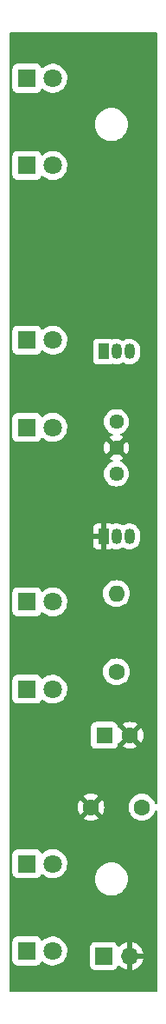
<source format=gbr>
%TF.GenerationSoftware,KiCad,Pcbnew,(5.99.0-12789-g9e557d84c6)*%
%TF.CreationDate,2021-11-25T22:39:53-08:00*%
%TF.ProjectId,Emitter,456d6974-7465-4722-9e6b-696361645f70,rev?*%
%TF.SameCoordinates,Original*%
%TF.FileFunction,Copper,L2,Bot*%
%TF.FilePolarity,Positive*%
%FSLAX46Y46*%
G04 Gerber Fmt 4.6, Leading zero omitted, Abs format (unit mm)*
G04 Created by KiCad (PCBNEW (5.99.0-12789-g9e557d84c6)) date 2021-11-25 22:39:53*
%MOMM*%
%LPD*%
G01*
G04 APERTURE LIST*
%TA.AperFunction,ComponentPad*%
%ADD10R,1.800000X1.800000*%
%TD*%
%TA.AperFunction,ComponentPad*%
%ADD11C,1.800000*%
%TD*%
%TA.AperFunction,ComponentPad*%
%ADD12C,1.600000*%
%TD*%
%TA.AperFunction,ComponentPad*%
%ADD13R,1.700000X1.700000*%
%TD*%
%TA.AperFunction,ComponentPad*%
%ADD14O,1.700000X1.700000*%
%TD*%
%TA.AperFunction,ComponentPad*%
%ADD15C,1.440000*%
%TD*%
%TA.AperFunction,ComponentPad*%
%ADD16O,1.600000X1.600000*%
%TD*%
%TA.AperFunction,ComponentPad*%
%ADD17R,1.600000X1.600000*%
%TD*%
%TA.AperFunction,ComponentPad*%
%ADD18R,1.050000X1.500000*%
%TD*%
%TA.AperFunction,ComponentPad*%
%ADD19O,1.050000X1.500000*%
%TD*%
G04 APERTURE END LIST*
D10*
%TO.P,D2,1,K*%
%TO.N,Net-(D2-Pad1)*%
X138730000Y-124495000D03*
D11*
%TO.P,D2,2,A*%
%TO.N,Net-(D1-Pad1)*%
X141270000Y-124495000D03*
%TD*%
D10*
%TO.P,D3,1,K*%
%TO.N,Net-(D3-Pad1)*%
X138730000Y-107495000D03*
D11*
%TO.P,D3,2,A*%
%TO.N,Net-(D2-Pad1)*%
X141270000Y-107495000D03*
%TD*%
D10*
%TO.P,D6,1,K*%
%TO.N,Net-(D6-Pad1)*%
X138730000Y-73495000D03*
D11*
%TO.P,D6,2,A*%
%TO.N,Net-(D5-Pad1)*%
X141270000Y-73495000D03*
%TD*%
D10*
%TO.P,D7,1,K*%
%TO.N,Net-(D7-Pad1)*%
X138730000Y-56495000D03*
D11*
%TO.P,D7,2,A*%
%TO.N,Net-(D6-Pad1)*%
X141270000Y-56495000D03*
%TD*%
D10*
%TO.P,D4,1,K*%
%TO.N,Net-(D4-Pad1)*%
X138730000Y-98995000D03*
D11*
%TO.P,D4,2,A*%
%TO.N,Net-(D3-Pad1)*%
X141270000Y-98995000D03*
%TD*%
D10*
%TO.P,D8,1,K*%
%TO.N,Net-(D8-Pad1)*%
X138730000Y-47995000D03*
D11*
%TO.P,D8,2,A*%
%TO.N,Net-(D7-Pad1)*%
X141270000Y-47995000D03*
%TD*%
D10*
%TO.P,D5,1,K*%
%TO.N,Net-(D5-Pad1)*%
X138730000Y-81995000D03*
D11*
%TO.P,D5,2,A*%
%TO.N,Net-(D4-Pad1)*%
X141270000Y-81995000D03*
%TD*%
D10*
%TO.P,D1,1,K*%
%TO.N,Net-(D1-Pad1)*%
X138730000Y-132995000D03*
D11*
%TO.P,D1,2,A*%
%TO.N,+12V*%
X141270000Y-132995000D03*
%TD*%
D12*
%TO.P,C2,1*%
%TO.N,+12V*%
X150005000Y-118995000D03*
%TO.P,C2,2*%
%TO.N,GND*%
X145005000Y-118995000D03*
%TD*%
D13*
%TO.P,J1,1,Pin_1*%
%TO.N,+12V*%
X146250000Y-133495000D03*
D14*
%TO.P,J1,2,Pin_2*%
%TO.N,GND*%
X148790000Y-133495000D03*
%TD*%
D15*
%TO.P,R2,1*%
%TO.N,Net-(Q1-Pad2)*%
X147505000Y-81445000D03*
%TO.P,R2,2*%
%TO.N,GND*%
X147505000Y-83985000D03*
%TO.P,R2,3*%
%TO.N,N/C*%
X147505000Y-86525000D03*
%TD*%
D12*
%TO.P,R1,1*%
%TO.N,+12V*%
X147505000Y-105805000D03*
D16*
%TO.P,R1,2*%
%TO.N,Net-(Q1-Pad3)*%
X147505000Y-98185000D03*
%TD*%
D17*
%TO.P,C1,1*%
%TO.N,+12V*%
X146322621Y-111995000D03*
D12*
%TO.P,C1,2*%
%TO.N,GND*%
X148822621Y-111995000D03*
%TD*%
D18*
%TO.P,Q2,1,S*%
%TO.N,Net-(Q1-Pad2)*%
X146235000Y-74622500D03*
D19*
%TO.P,Q2,2,G*%
%TO.N,Net-(Q1-Pad3)*%
X147505000Y-74622500D03*
%TO.P,Q2,3,D*%
%TO.N,Net-(D8-Pad1)*%
X148775000Y-74622500D03*
%TD*%
D18*
%TO.P,Q1,1,E*%
%TO.N,GND*%
X146235000Y-92622500D03*
D19*
%TO.P,Q1,2,B*%
%TO.N,Net-(Q1-Pad2)*%
X147505000Y-92622500D03*
%TO.P,Q1,3,C*%
%TO.N,Net-(Q1-Pad3)*%
X148775000Y-92622500D03*
%TD*%
%TA.AperFunction,Conductor*%
%TO.N,GND*%
G36*
X151439121Y-43523002D02*
G01*
X151485614Y-43576658D01*
X151497000Y-43629000D01*
X151497000Y-118550500D01*
X151476998Y-118618621D01*
X151423342Y-118665114D01*
X151353068Y-118675218D01*
X151288488Y-118645724D01*
X151249293Y-118583111D01*
X151240707Y-118551067D01*
X151240706Y-118551065D01*
X151239284Y-118545757D01*
X151144966Y-118343489D01*
X151144849Y-118343238D01*
X151144846Y-118343233D01*
X151142523Y-118338251D01*
X151011198Y-118150700D01*
X150849300Y-117988802D01*
X150844792Y-117985645D01*
X150844789Y-117985643D01*
X150718920Y-117897509D01*
X150661749Y-117857477D01*
X150656767Y-117855154D01*
X150656762Y-117855151D01*
X150459225Y-117763039D01*
X150459224Y-117763039D01*
X150454243Y-117760716D01*
X150448935Y-117759294D01*
X150448933Y-117759293D01*
X150238402Y-117702881D01*
X150238400Y-117702881D01*
X150233087Y-117701457D01*
X150005000Y-117681502D01*
X149776913Y-117701457D01*
X149771600Y-117702881D01*
X149771598Y-117702881D01*
X149561067Y-117759293D01*
X149561065Y-117759294D01*
X149555757Y-117760716D01*
X149550776Y-117763039D01*
X149550775Y-117763039D01*
X149353238Y-117855151D01*
X149353233Y-117855154D01*
X149348251Y-117857477D01*
X149291080Y-117897509D01*
X149165211Y-117985643D01*
X149165208Y-117985645D01*
X149160700Y-117988802D01*
X148998802Y-118150700D01*
X148867477Y-118338251D01*
X148865154Y-118343233D01*
X148865151Y-118343238D01*
X148865034Y-118343489D01*
X148770716Y-118545757D01*
X148769294Y-118551065D01*
X148769293Y-118551067D01*
X148748019Y-118630461D01*
X148711457Y-118766913D01*
X148691502Y-118995000D01*
X148711457Y-119223087D01*
X148712881Y-119228400D01*
X148712881Y-119228402D01*
X148750025Y-119367022D01*
X148770716Y-119444243D01*
X148773039Y-119449224D01*
X148773039Y-119449225D01*
X148865151Y-119646762D01*
X148865154Y-119646767D01*
X148867477Y-119651749D01*
X148998802Y-119839300D01*
X149160700Y-120001198D01*
X149165208Y-120004355D01*
X149165211Y-120004357D01*
X149243389Y-120059098D01*
X149348251Y-120132523D01*
X149353233Y-120134846D01*
X149353238Y-120134849D01*
X149549765Y-120226490D01*
X149555757Y-120229284D01*
X149561065Y-120230706D01*
X149561067Y-120230707D01*
X149771598Y-120287119D01*
X149771600Y-120287119D01*
X149776913Y-120288543D01*
X150005000Y-120308498D01*
X150233087Y-120288543D01*
X150238400Y-120287119D01*
X150238402Y-120287119D01*
X150448933Y-120230707D01*
X150448935Y-120230706D01*
X150454243Y-120229284D01*
X150460235Y-120226490D01*
X150656762Y-120134849D01*
X150656767Y-120134846D01*
X150661749Y-120132523D01*
X150766611Y-120059098D01*
X150844789Y-120004357D01*
X150844792Y-120004355D01*
X150849300Y-120001198D01*
X151011198Y-119839300D01*
X151142523Y-119651749D01*
X151144846Y-119646767D01*
X151144849Y-119646762D01*
X151236961Y-119449225D01*
X151236961Y-119449224D01*
X151239284Y-119444243D01*
X151249293Y-119406889D01*
X151286245Y-119346266D01*
X151350105Y-119315245D01*
X151420600Y-119323673D01*
X151475347Y-119368876D01*
X151497000Y-119439500D01*
X151497000Y-136861000D01*
X151476998Y-136929121D01*
X151423342Y-136975614D01*
X151371000Y-136987000D01*
X137139000Y-136987000D01*
X137070879Y-136966998D01*
X137024386Y-136913342D01*
X137013000Y-136861000D01*
X137013000Y-133943134D01*
X137321500Y-133943134D01*
X137328255Y-134005316D01*
X137379385Y-134141705D01*
X137466739Y-134258261D01*
X137583295Y-134345615D01*
X137719684Y-134396745D01*
X137781866Y-134403500D01*
X139678134Y-134403500D01*
X139740316Y-134396745D01*
X139876705Y-134345615D01*
X139993261Y-134258261D01*
X140080615Y-134141705D01*
X140105180Y-134076178D01*
X140147822Y-134019414D01*
X140214383Y-133994714D01*
X140283732Y-134009921D01*
X140303647Y-134023464D01*
X140368724Y-134077492D01*
X140459349Y-134152730D01*
X140659322Y-134269584D01*
X140875694Y-134352209D01*
X140880760Y-134353240D01*
X140880761Y-134353240D01*
X140933846Y-134364040D01*
X141102656Y-134398385D01*
X141232089Y-134403131D01*
X141328949Y-134406683D01*
X141328953Y-134406683D01*
X141334113Y-134406872D01*
X141339233Y-134406216D01*
X141339235Y-134406216D01*
X141414836Y-134396531D01*
X141441353Y-134393134D01*
X144891500Y-134393134D01*
X144898255Y-134455316D01*
X144949385Y-134591705D01*
X145036739Y-134708261D01*
X145153295Y-134795615D01*
X145289684Y-134846745D01*
X145351866Y-134853500D01*
X147148134Y-134853500D01*
X147210316Y-134846745D01*
X147346705Y-134795615D01*
X147463261Y-134708261D01*
X147550615Y-134591705D01*
X147594798Y-134473848D01*
X147637440Y-134417084D01*
X147704001Y-134392384D01*
X147773350Y-134407592D01*
X147808017Y-134435580D01*
X147833218Y-134464673D01*
X147840580Y-134471883D01*
X148004434Y-134607916D01*
X148012881Y-134613831D01*
X148196756Y-134721279D01*
X148206042Y-134725729D01*
X148405001Y-134801703D01*
X148414899Y-134804579D01*
X148518250Y-134825606D01*
X148532299Y-134824410D01*
X148536000Y-134814065D01*
X148536000Y-134813517D01*
X149044000Y-134813517D01*
X149048064Y-134827359D01*
X149061478Y-134829393D01*
X149068184Y-134828534D01*
X149078262Y-134826392D01*
X149282255Y-134765191D01*
X149291842Y-134761433D01*
X149483095Y-134667739D01*
X149491945Y-134662464D01*
X149665328Y-134538792D01*
X149673200Y-134532139D01*
X149824052Y-134381812D01*
X149830730Y-134373965D01*
X149955003Y-134201020D01*
X149960313Y-134192183D01*
X150054670Y-134001267D01*
X150058469Y-133991672D01*
X150120377Y-133787910D01*
X150122555Y-133777837D01*
X150123986Y-133766962D01*
X150121775Y-133752778D01*
X150108617Y-133749000D01*
X149062115Y-133749000D01*
X149046876Y-133753475D01*
X149045671Y-133754865D01*
X149044000Y-133762548D01*
X149044000Y-134813517D01*
X148536000Y-134813517D01*
X148536000Y-133222885D01*
X149044000Y-133222885D01*
X149048475Y-133238124D01*
X149049865Y-133239329D01*
X149057548Y-133241000D01*
X150108344Y-133241000D01*
X150121875Y-133237027D01*
X150123180Y-133227947D01*
X150081214Y-133060875D01*
X150077894Y-133051124D01*
X149992972Y-132855814D01*
X149988105Y-132846739D01*
X149872426Y-132667926D01*
X149866136Y-132659757D01*
X149722806Y-132502240D01*
X149715273Y-132495215D01*
X149548139Y-132363222D01*
X149539552Y-132357517D01*
X149353117Y-132254599D01*
X149343705Y-132250369D01*
X149142959Y-132179280D01*
X149132988Y-132176646D01*
X149061837Y-132163972D01*
X149048540Y-132165432D01*
X149044000Y-132179989D01*
X149044000Y-133222885D01*
X148536000Y-133222885D01*
X148536000Y-132178102D01*
X148532082Y-132164758D01*
X148517806Y-132162771D01*
X148479324Y-132168660D01*
X148469288Y-132171051D01*
X148266868Y-132237212D01*
X148257359Y-132241209D01*
X148068463Y-132339542D01*
X148059738Y-132345036D01*
X147889433Y-132472905D01*
X147881726Y-132479748D01*
X147804478Y-132560584D01*
X147742954Y-132596014D01*
X147672042Y-132592557D01*
X147614255Y-132551311D01*
X147595402Y-132517763D01*
X147553767Y-132406703D01*
X147550615Y-132398295D01*
X147463261Y-132281739D01*
X147346705Y-132194385D01*
X147210316Y-132143255D01*
X147148134Y-132136500D01*
X145351866Y-132136500D01*
X145289684Y-132143255D01*
X145153295Y-132194385D01*
X145036739Y-132281739D01*
X144949385Y-132398295D01*
X144898255Y-132534684D01*
X144891500Y-132596866D01*
X144891500Y-134393134D01*
X141441353Y-134393134D01*
X141563847Y-134377442D01*
X141568795Y-134375957D01*
X141568802Y-134375956D01*
X141780747Y-134312369D01*
X141785690Y-134310886D01*
X141866236Y-134271427D01*
X141989049Y-134211262D01*
X141989052Y-134211260D01*
X141993684Y-134208991D01*
X142182243Y-134074494D01*
X142346303Y-133911005D01*
X142481458Y-133722917D01*
X142584078Y-133515280D01*
X142651408Y-133293671D01*
X142681640Y-133064041D01*
X142683327Y-132995000D01*
X142671138Y-132846739D01*
X142664773Y-132769318D01*
X142664772Y-132769312D01*
X142664349Y-132764167D01*
X142613213Y-132560584D01*
X142609184Y-132544544D01*
X142609183Y-132544540D01*
X142607925Y-132539533D01*
X142605817Y-132534684D01*
X142517630Y-132331868D01*
X142517628Y-132331865D01*
X142515570Y-132327131D01*
X142389764Y-132132665D01*
X142233887Y-131961358D01*
X142229836Y-131958159D01*
X142229832Y-131958155D01*
X142056177Y-131821011D01*
X142056172Y-131821008D01*
X142052123Y-131817810D01*
X142047607Y-131815317D01*
X142047604Y-131815315D01*
X141853879Y-131708373D01*
X141853875Y-131708371D01*
X141849355Y-131705876D01*
X141844486Y-131704152D01*
X141844482Y-131704150D01*
X141635903Y-131630288D01*
X141635899Y-131630287D01*
X141631028Y-131628562D01*
X141625935Y-131627655D01*
X141625932Y-131627654D01*
X141408095Y-131588851D01*
X141408089Y-131588850D01*
X141403006Y-131587945D01*
X141330096Y-131587054D01*
X141176581Y-131585179D01*
X141176579Y-131585179D01*
X141171411Y-131585116D01*
X140942464Y-131620150D01*
X140722314Y-131692106D01*
X140717726Y-131694494D01*
X140717722Y-131694496D01*
X140521461Y-131796663D01*
X140516872Y-131799052D01*
X140512739Y-131802155D01*
X140512736Y-131802157D01*
X140440088Y-131856703D01*
X140331655Y-131938117D01*
X140314170Y-131956414D01*
X140252646Y-131991844D01*
X140181733Y-131988387D01*
X140123947Y-131947141D01*
X140105094Y-131913592D01*
X140083768Y-131856705D01*
X140083767Y-131856703D01*
X140080615Y-131848295D01*
X139993261Y-131731739D01*
X139876705Y-131644385D01*
X139740316Y-131593255D01*
X139678134Y-131586500D01*
X137781866Y-131586500D01*
X137719684Y-131593255D01*
X137583295Y-131644385D01*
X137466739Y-131731739D01*
X137379385Y-131848295D01*
X137328255Y-131984684D01*
X137321500Y-132046866D01*
X137321500Y-133943134D01*
X137013000Y-133943134D01*
X137013000Y-125995000D01*
X145391526Y-125995000D01*
X145411391Y-126247403D01*
X145470495Y-126493591D01*
X145567384Y-126727502D01*
X145699672Y-126943376D01*
X145864102Y-127135898D01*
X146056624Y-127300328D01*
X146272498Y-127432616D01*
X146277068Y-127434509D01*
X146277072Y-127434511D01*
X146501836Y-127527611D01*
X146506409Y-127529505D01*
X146591032Y-127549821D01*
X146747784Y-127587454D01*
X146747790Y-127587455D01*
X146752597Y-127588609D01*
X147005000Y-127608474D01*
X147257403Y-127588609D01*
X147262210Y-127587455D01*
X147262216Y-127587454D01*
X147418968Y-127549821D01*
X147503591Y-127529505D01*
X147508164Y-127527611D01*
X147732928Y-127434511D01*
X147732932Y-127434509D01*
X147737502Y-127432616D01*
X147953376Y-127300328D01*
X148145898Y-127135898D01*
X148310328Y-126943376D01*
X148442616Y-126727502D01*
X148539505Y-126493591D01*
X148598609Y-126247403D01*
X148618474Y-125995000D01*
X148598609Y-125742597D01*
X148591087Y-125711262D01*
X148545028Y-125519414D01*
X148539505Y-125496409D01*
X148517438Y-125443134D01*
X148444511Y-125267072D01*
X148444509Y-125267068D01*
X148442616Y-125262498D01*
X148310328Y-125046624D01*
X148145898Y-124854102D01*
X147953376Y-124689672D01*
X147737502Y-124557384D01*
X147732932Y-124555491D01*
X147732928Y-124555489D01*
X147508164Y-124462389D01*
X147508162Y-124462388D01*
X147503591Y-124460495D01*
X147418968Y-124440179D01*
X147262216Y-124402546D01*
X147262210Y-124402545D01*
X147257403Y-124401391D01*
X147005000Y-124381526D01*
X146752597Y-124401391D01*
X146747790Y-124402545D01*
X146747784Y-124402546D01*
X146591032Y-124440179D01*
X146506409Y-124460495D01*
X146501838Y-124462388D01*
X146501836Y-124462389D01*
X146277072Y-124555489D01*
X146277068Y-124555491D01*
X146272498Y-124557384D01*
X146056624Y-124689672D01*
X145864102Y-124854102D01*
X145699672Y-125046624D01*
X145567384Y-125262498D01*
X145565491Y-125267068D01*
X145565489Y-125267072D01*
X145492562Y-125443134D01*
X145470495Y-125496409D01*
X145464972Y-125519414D01*
X145418914Y-125711262D01*
X145411391Y-125742597D01*
X145391526Y-125995000D01*
X137013000Y-125995000D01*
X137013000Y-125443134D01*
X137321500Y-125443134D01*
X137328255Y-125505316D01*
X137379385Y-125641705D01*
X137466739Y-125758261D01*
X137583295Y-125845615D01*
X137719684Y-125896745D01*
X137781866Y-125903500D01*
X139678134Y-125903500D01*
X139740316Y-125896745D01*
X139876705Y-125845615D01*
X139993261Y-125758261D01*
X140080615Y-125641705D01*
X140105180Y-125576178D01*
X140147822Y-125519414D01*
X140214383Y-125494714D01*
X140283732Y-125509921D01*
X140303647Y-125523464D01*
X140368724Y-125577492D01*
X140459349Y-125652730D01*
X140659322Y-125769584D01*
X140875694Y-125852209D01*
X140880760Y-125853240D01*
X140880761Y-125853240D01*
X140933846Y-125864040D01*
X141102656Y-125898385D01*
X141232089Y-125903131D01*
X141328949Y-125906683D01*
X141328953Y-125906683D01*
X141334113Y-125906872D01*
X141339233Y-125906216D01*
X141339235Y-125906216D01*
X141413166Y-125896745D01*
X141563847Y-125877442D01*
X141568795Y-125875957D01*
X141568802Y-125875956D01*
X141780747Y-125812369D01*
X141785690Y-125810886D01*
X141866236Y-125771427D01*
X141989049Y-125711262D01*
X141989052Y-125711260D01*
X141993684Y-125708991D01*
X142182243Y-125574494D01*
X142346303Y-125411005D01*
X142481458Y-125222917D01*
X142584078Y-125015280D01*
X142651408Y-124793671D01*
X142681640Y-124564041D01*
X142681722Y-124560691D01*
X142683245Y-124498365D01*
X142683245Y-124498361D01*
X142683327Y-124495000D01*
X142673998Y-124381526D01*
X142664773Y-124269318D01*
X142664772Y-124269312D01*
X142664349Y-124264167D01*
X142607925Y-124039533D01*
X142515570Y-123827131D01*
X142389764Y-123632665D01*
X142233887Y-123461358D01*
X142229836Y-123458159D01*
X142229832Y-123458155D01*
X142056177Y-123321011D01*
X142056172Y-123321008D01*
X142052123Y-123317810D01*
X142047607Y-123315317D01*
X142047604Y-123315315D01*
X141853879Y-123208373D01*
X141853875Y-123208371D01*
X141849355Y-123205876D01*
X141844486Y-123204152D01*
X141844482Y-123204150D01*
X141635903Y-123130288D01*
X141635899Y-123130287D01*
X141631028Y-123128562D01*
X141625935Y-123127655D01*
X141625932Y-123127654D01*
X141408095Y-123088851D01*
X141408089Y-123088850D01*
X141403006Y-123087945D01*
X141330096Y-123087054D01*
X141176581Y-123085179D01*
X141176579Y-123085179D01*
X141171411Y-123085116D01*
X140942464Y-123120150D01*
X140722314Y-123192106D01*
X140717726Y-123194494D01*
X140717722Y-123194496D01*
X140521461Y-123296663D01*
X140516872Y-123299052D01*
X140512739Y-123302155D01*
X140512736Y-123302157D01*
X140440088Y-123356703D01*
X140331655Y-123438117D01*
X140314170Y-123456414D01*
X140252646Y-123491844D01*
X140181733Y-123488387D01*
X140123947Y-123447141D01*
X140105094Y-123413592D01*
X140083768Y-123356705D01*
X140083767Y-123356703D01*
X140080615Y-123348295D01*
X139993261Y-123231739D01*
X139876705Y-123144385D01*
X139740316Y-123093255D01*
X139678134Y-123086500D01*
X137781866Y-123086500D01*
X137719684Y-123093255D01*
X137583295Y-123144385D01*
X137466739Y-123231739D01*
X137379385Y-123348295D01*
X137328255Y-123484684D01*
X137321500Y-123546866D01*
X137321500Y-125443134D01*
X137013000Y-125443134D01*
X137013000Y-120081062D01*
X144283493Y-120081062D01*
X144292789Y-120093077D01*
X144343994Y-120128931D01*
X144353489Y-120134414D01*
X144550947Y-120226490D01*
X144561239Y-120230236D01*
X144771688Y-120286625D01*
X144782481Y-120288528D01*
X144999525Y-120307517D01*
X145010475Y-120307517D01*
X145227519Y-120288528D01*
X145238312Y-120286625D01*
X145448761Y-120230236D01*
X145459053Y-120226490D01*
X145656511Y-120134414D01*
X145666006Y-120128931D01*
X145718048Y-120092491D01*
X145726424Y-120082012D01*
X145719356Y-120068566D01*
X145017812Y-119367022D01*
X145003868Y-119359408D01*
X145002035Y-119359539D01*
X144995420Y-119363790D01*
X144289923Y-120069287D01*
X144283493Y-120081062D01*
X137013000Y-120081062D01*
X137013000Y-119000475D01*
X143692483Y-119000475D01*
X143711472Y-119217519D01*
X143713375Y-119228312D01*
X143769764Y-119438761D01*
X143773510Y-119449053D01*
X143865586Y-119646511D01*
X143871069Y-119656006D01*
X143907509Y-119708048D01*
X143917988Y-119716424D01*
X143931434Y-119709356D01*
X144632978Y-119007812D01*
X144639356Y-118996132D01*
X145369408Y-118996132D01*
X145369539Y-118997965D01*
X145373790Y-119004580D01*
X146079287Y-119710077D01*
X146091062Y-119716507D01*
X146103077Y-119707211D01*
X146138931Y-119656006D01*
X146144414Y-119646511D01*
X146236490Y-119449053D01*
X146240236Y-119438761D01*
X146296625Y-119228312D01*
X146298528Y-119217519D01*
X146317517Y-119000475D01*
X146317517Y-118989525D01*
X146298528Y-118772481D01*
X146296625Y-118761688D01*
X146240236Y-118551239D01*
X146236490Y-118540947D01*
X146144414Y-118343489D01*
X146138931Y-118333994D01*
X146102491Y-118281952D01*
X146092012Y-118273576D01*
X146078566Y-118280644D01*
X145377022Y-118982188D01*
X145369408Y-118996132D01*
X144639356Y-118996132D01*
X144640592Y-118993868D01*
X144640461Y-118992035D01*
X144636210Y-118985420D01*
X143930713Y-118279923D01*
X143918938Y-118273493D01*
X143906923Y-118282789D01*
X143871069Y-118333994D01*
X143865586Y-118343489D01*
X143773510Y-118540947D01*
X143769764Y-118551239D01*
X143713375Y-118761688D01*
X143711472Y-118772481D01*
X143692483Y-118989525D01*
X143692483Y-119000475D01*
X137013000Y-119000475D01*
X137013000Y-117907988D01*
X144283576Y-117907988D01*
X144290644Y-117921434D01*
X144992188Y-118622978D01*
X145006132Y-118630592D01*
X145007965Y-118630461D01*
X145014580Y-118626210D01*
X145720077Y-117920713D01*
X145726507Y-117908938D01*
X145717211Y-117896923D01*
X145666006Y-117861069D01*
X145656511Y-117855586D01*
X145459053Y-117763510D01*
X145448761Y-117759764D01*
X145238312Y-117703375D01*
X145227519Y-117701472D01*
X145010475Y-117682483D01*
X144999525Y-117682483D01*
X144782481Y-117701472D01*
X144771688Y-117703375D01*
X144561239Y-117759764D01*
X144550947Y-117763510D01*
X144353489Y-117855586D01*
X144343994Y-117861069D01*
X144291952Y-117897509D01*
X144283576Y-117907988D01*
X137013000Y-117907988D01*
X137013000Y-112843134D01*
X145014121Y-112843134D01*
X145020876Y-112905316D01*
X145072006Y-113041705D01*
X145159360Y-113158261D01*
X145275916Y-113245615D01*
X145412305Y-113296745D01*
X145474487Y-113303500D01*
X147170755Y-113303500D01*
X147232937Y-113296745D01*
X147369326Y-113245615D01*
X147485882Y-113158261D01*
X147543740Y-113081062D01*
X148101114Y-113081062D01*
X148110410Y-113093077D01*
X148161615Y-113128931D01*
X148171110Y-113134414D01*
X148368568Y-113226490D01*
X148378860Y-113230236D01*
X148589309Y-113286625D01*
X148600102Y-113288528D01*
X148817146Y-113307517D01*
X148828096Y-113307517D01*
X149045140Y-113288528D01*
X149055933Y-113286625D01*
X149266382Y-113230236D01*
X149276674Y-113226490D01*
X149474132Y-113134414D01*
X149483627Y-113128931D01*
X149535669Y-113092491D01*
X149544045Y-113082012D01*
X149536977Y-113068566D01*
X148835433Y-112367022D01*
X148821489Y-112359408D01*
X148819656Y-112359539D01*
X148813041Y-112363790D01*
X148107544Y-113069287D01*
X148101114Y-113081062D01*
X147543740Y-113081062D01*
X147573236Y-113041705D01*
X147624366Y-112905316D01*
X147631121Y-112843134D01*
X147631121Y-112839815D01*
X147654774Y-112772890D01*
X147700777Y-112737196D01*
X147699762Y-112735266D01*
X147710621Y-112729558D01*
X147710866Y-112729368D01*
X147711024Y-112729347D01*
X147749055Y-112709356D01*
X148450599Y-112007812D01*
X148456977Y-111996132D01*
X149187029Y-111996132D01*
X149187160Y-111997965D01*
X149191411Y-112004580D01*
X149896908Y-112710077D01*
X149908683Y-112716507D01*
X149920698Y-112707211D01*
X149956552Y-112656006D01*
X149962035Y-112646511D01*
X150054111Y-112449053D01*
X150057857Y-112438761D01*
X150114246Y-112228312D01*
X150116149Y-112217519D01*
X150135138Y-112000475D01*
X150135138Y-111989525D01*
X150116149Y-111772481D01*
X150114246Y-111761688D01*
X150057857Y-111551239D01*
X150054111Y-111540947D01*
X149962035Y-111343489D01*
X149956552Y-111333994D01*
X149920112Y-111281952D01*
X149909633Y-111273576D01*
X149896187Y-111280644D01*
X149194643Y-111982188D01*
X149187029Y-111996132D01*
X148456977Y-111996132D01*
X148458213Y-111993868D01*
X148458082Y-111992035D01*
X148453831Y-111985420D01*
X147748334Y-111279923D01*
X147706592Y-111257129D01*
X147696592Y-111254953D01*
X147646394Y-111204747D01*
X147631170Y-111151186D01*
X147631121Y-111150281D01*
X147631121Y-111146866D01*
X147624366Y-111084684D01*
X147573236Y-110948295D01*
X147543028Y-110907988D01*
X148101197Y-110907988D01*
X148108265Y-110921434D01*
X148809809Y-111622978D01*
X148823753Y-111630592D01*
X148825586Y-111630461D01*
X148832201Y-111626210D01*
X149537698Y-110920713D01*
X149544128Y-110908938D01*
X149534832Y-110896923D01*
X149483627Y-110861069D01*
X149474132Y-110855586D01*
X149276674Y-110763510D01*
X149266382Y-110759764D01*
X149055933Y-110703375D01*
X149045140Y-110701472D01*
X148828096Y-110682483D01*
X148817146Y-110682483D01*
X148600102Y-110701472D01*
X148589309Y-110703375D01*
X148378860Y-110759764D01*
X148368568Y-110763510D01*
X148171110Y-110855586D01*
X148161615Y-110861069D01*
X148109573Y-110897509D01*
X148101197Y-110907988D01*
X147543028Y-110907988D01*
X147485882Y-110831739D01*
X147369326Y-110744385D01*
X147232937Y-110693255D01*
X147170755Y-110686500D01*
X145474487Y-110686500D01*
X145412305Y-110693255D01*
X145275916Y-110744385D01*
X145159360Y-110831739D01*
X145072006Y-110948295D01*
X145020876Y-111084684D01*
X145014121Y-111146866D01*
X145014121Y-112843134D01*
X137013000Y-112843134D01*
X137013000Y-108443134D01*
X137321500Y-108443134D01*
X137328255Y-108505316D01*
X137379385Y-108641705D01*
X137466739Y-108758261D01*
X137583295Y-108845615D01*
X137719684Y-108896745D01*
X137781866Y-108903500D01*
X139678134Y-108903500D01*
X139740316Y-108896745D01*
X139876705Y-108845615D01*
X139993261Y-108758261D01*
X140080615Y-108641705D01*
X140105180Y-108576178D01*
X140147822Y-108519414D01*
X140214383Y-108494714D01*
X140283732Y-108509921D01*
X140303647Y-108523464D01*
X140368724Y-108577492D01*
X140459349Y-108652730D01*
X140659322Y-108769584D01*
X140875694Y-108852209D01*
X140880760Y-108853240D01*
X140880761Y-108853240D01*
X140933846Y-108864040D01*
X141102656Y-108898385D01*
X141232089Y-108903131D01*
X141328949Y-108906683D01*
X141328953Y-108906683D01*
X141334113Y-108906872D01*
X141339233Y-108906216D01*
X141339235Y-108906216D01*
X141413166Y-108896745D01*
X141563847Y-108877442D01*
X141568795Y-108875957D01*
X141568802Y-108875956D01*
X141780747Y-108812369D01*
X141785690Y-108810886D01*
X141866236Y-108771427D01*
X141989049Y-108711262D01*
X141989052Y-108711260D01*
X141993684Y-108708991D01*
X142182243Y-108574494D01*
X142346303Y-108411005D01*
X142481458Y-108222917D01*
X142584078Y-108015280D01*
X142651408Y-107793671D01*
X142681640Y-107564041D01*
X142683327Y-107495000D01*
X142677032Y-107418434D01*
X142664773Y-107269318D01*
X142664772Y-107269312D01*
X142664349Y-107264167D01*
X142607925Y-107039533D01*
X142605866Y-107034797D01*
X142517630Y-106831868D01*
X142517628Y-106831865D01*
X142515570Y-106827131D01*
X142389764Y-106632665D01*
X142233887Y-106461358D01*
X142229836Y-106458159D01*
X142229832Y-106458155D01*
X142056177Y-106321011D01*
X142056172Y-106321008D01*
X142052123Y-106317810D01*
X142047607Y-106315317D01*
X142047604Y-106315315D01*
X141853879Y-106208373D01*
X141853875Y-106208371D01*
X141849355Y-106205876D01*
X141844486Y-106204152D01*
X141844482Y-106204150D01*
X141635903Y-106130288D01*
X141635899Y-106130287D01*
X141631028Y-106128562D01*
X141625935Y-106127655D01*
X141625932Y-106127654D01*
X141408095Y-106088851D01*
X141408089Y-106088850D01*
X141403006Y-106087945D01*
X141330096Y-106087054D01*
X141176581Y-106085179D01*
X141176579Y-106085179D01*
X141171411Y-106085116D01*
X140942464Y-106120150D01*
X140722314Y-106192106D01*
X140717726Y-106194494D01*
X140717722Y-106194496D01*
X140593379Y-106259225D01*
X140516872Y-106299052D01*
X140512739Y-106302155D01*
X140512736Y-106302157D01*
X140440088Y-106356703D01*
X140331655Y-106438117D01*
X140314170Y-106456414D01*
X140252646Y-106491844D01*
X140181733Y-106488387D01*
X140123947Y-106447141D01*
X140105094Y-106413592D01*
X140083768Y-106356705D01*
X140083767Y-106356703D01*
X140080615Y-106348295D01*
X139993261Y-106231739D01*
X139876705Y-106144385D01*
X139740316Y-106093255D01*
X139678134Y-106086500D01*
X137781866Y-106086500D01*
X137719684Y-106093255D01*
X137583295Y-106144385D01*
X137466739Y-106231739D01*
X137379385Y-106348295D01*
X137328255Y-106484684D01*
X137321500Y-106546866D01*
X137321500Y-108443134D01*
X137013000Y-108443134D01*
X137013000Y-105805000D01*
X146191502Y-105805000D01*
X146211457Y-106033087D01*
X146212881Y-106038400D01*
X146212881Y-106038402D01*
X146257294Y-106204150D01*
X146270716Y-106254243D01*
X146273039Y-106259224D01*
X146273039Y-106259225D01*
X146365151Y-106456762D01*
X146365154Y-106456767D01*
X146367477Y-106461749D01*
X146388550Y-106491844D01*
X146490196Y-106637009D01*
X146498802Y-106649300D01*
X146660700Y-106811198D01*
X146665208Y-106814355D01*
X146665211Y-106814357D01*
X146743389Y-106869098D01*
X146848251Y-106942523D01*
X146853233Y-106944846D01*
X146853238Y-106944849D01*
X147050775Y-107036961D01*
X147055757Y-107039284D01*
X147061065Y-107040706D01*
X147061067Y-107040707D01*
X147271598Y-107097119D01*
X147271600Y-107097119D01*
X147276913Y-107098543D01*
X147505000Y-107118498D01*
X147733087Y-107098543D01*
X147738400Y-107097119D01*
X147738402Y-107097119D01*
X147948933Y-107040707D01*
X147948935Y-107040706D01*
X147954243Y-107039284D01*
X147959225Y-107036961D01*
X148156762Y-106944849D01*
X148156767Y-106944846D01*
X148161749Y-106942523D01*
X148266611Y-106869098D01*
X148344789Y-106814357D01*
X148344792Y-106814355D01*
X148349300Y-106811198D01*
X148511198Y-106649300D01*
X148519805Y-106637009D01*
X148621450Y-106491844D01*
X148642523Y-106461749D01*
X148644846Y-106456767D01*
X148644849Y-106456762D01*
X148736961Y-106259225D01*
X148736961Y-106259224D01*
X148739284Y-106254243D01*
X148752707Y-106204150D01*
X148797119Y-106038402D01*
X148797119Y-106038400D01*
X148798543Y-106033087D01*
X148818498Y-105805000D01*
X148798543Y-105576913D01*
X148739284Y-105355757D01*
X148736961Y-105350775D01*
X148644849Y-105153238D01*
X148644846Y-105153233D01*
X148642523Y-105148251D01*
X148511198Y-104960700D01*
X148349300Y-104798802D01*
X148344792Y-104795645D01*
X148344789Y-104795643D01*
X148266611Y-104740902D01*
X148161749Y-104667477D01*
X148156767Y-104665154D01*
X148156762Y-104665151D01*
X147959225Y-104573039D01*
X147959224Y-104573039D01*
X147954243Y-104570716D01*
X147948935Y-104569294D01*
X147948933Y-104569293D01*
X147738402Y-104512881D01*
X147738400Y-104512881D01*
X147733087Y-104511457D01*
X147505000Y-104491502D01*
X147276913Y-104511457D01*
X147271600Y-104512881D01*
X147271598Y-104512881D01*
X147061067Y-104569293D01*
X147061065Y-104569294D01*
X147055757Y-104570716D01*
X147050776Y-104573039D01*
X147050775Y-104573039D01*
X146853238Y-104665151D01*
X146853233Y-104665154D01*
X146848251Y-104667477D01*
X146743389Y-104740902D01*
X146665211Y-104795643D01*
X146665208Y-104795645D01*
X146660700Y-104798802D01*
X146498802Y-104960700D01*
X146367477Y-105148251D01*
X146365154Y-105153233D01*
X146365151Y-105153238D01*
X146273039Y-105350775D01*
X146270716Y-105355757D01*
X146211457Y-105576913D01*
X146191502Y-105805000D01*
X137013000Y-105805000D01*
X137013000Y-99943134D01*
X137321500Y-99943134D01*
X137328255Y-100005316D01*
X137379385Y-100141705D01*
X137466739Y-100258261D01*
X137583295Y-100345615D01*
X137719684Y-100396745D01*
X137781866Y-100403500D01*
X139678134Y-100403500D01*
X139740316Y-100396745D01*
X139876705Y-100345615D01*
X139993261Y-100258261D01*
X140080615Y-100141705D01*
X140105180Y-100076178D01*
X140147822Y-100019414D01*
X140214383Y-99994714D01*
X140283732Y-100009921D01*
X140303647Y-100023464D01*
X140368724Y-100077492D01*
X140459349Y-100152730D01*
X140659322Y-100269584D01*
X140875694Y-100352209D01*
X140880760Y-100353240D01*
X140880761Y-100353240D01*
X140933846Y-100364040D01*
X141102656Y-100398385D01*
X141232089Y-100403131D01*
X141328949Y-100406683D01*
X141328953Y-100406683D01*
X141334113Y-100406872D01*
X141339233Y-100406216D01*
X141339235Y-100406216D01*
X141413166Y-100396745D01*
X141563847Y-100377442D01*
X141568795Y-100375957D01*
X141568802Y-100375956D01*
X141780747Y-100312369D01*
X141785690Y-100310886D01*
X141866236Y-100271427D01*
X141989049Y-100211262D01*
X141989052Y-100211260D01*
X141993684Y-100208991D01*
X142182243Y-100074494D01*
X142346303Y-99911005D01*
X142481458Y-99722917D01*
X142584078Y-99515280D01*
X142651408Y-99293671D01*
X142681640Y-99064041D01*
X142683327Y-98995000D01*
X142671098Y-98846257D01*
X142664773Y-98769318D01*
X142664772Y-98769312D01*
X142664349Y-98764167D01*
X142607925Y-98539533D01*
X142515570Y-98327131D01*
X142423621Y-98185000D01*
X146191502Y-98185000D01*
X146211457Y-98413087D01*
X146270716Y-98634243D01*
X146273039Y-98639224D01*
X146273039Y-98639225D01*
X146365151Y-98836762D01*
X146365154Y-98836767D01*
X146367477Y-98841749D01*
X146498802Y-99029300D01*
X146660700Y-99191198D01*
X146665208Y-99194355D01*
X146665211Y-99194357D01*
X146743389Y-99249098D01*
X146848251Y-99322523D01*
X146853233Y-99324846D01*
X146853238Y-99324849D01*
X147050775Y-99416961D01*
X147055757Y-99419284D01*
X147061065Y-99420706D01*
X147061067Y-99420707D01*
X147271598Y-99477119D01*
X147271600Y-99477119D01*
X147276913Y-99478543D01*
X147505000Y-99498498D01*
X147733087Y-99478543D01*
X147738400Y-99477119D01*
X147738402Y-99477119D01*
X147948933Y-99420707D01*
X147948935Y-99420706D01*
X147954243Y-99419284D01*
X147959225Y-99416961D01*
X148156762Y-99324849D01*
X148156767Y-99324846D01*
X148161749Y-99322523D01*
X148266611Y-99249098D01*
X148344789Y-99194357D01*
X148344792Y-99194355D01*
X148349300Y-99191198D01*
X148511198Y-99029300D01*
X148642523Y-98841749D01*
X148644846Y-98836767D01*
X148644849Y-98836762D01*
X148736961Y-98639225D01*
X148736961Y-98639224D01*
X148739284Y-98634243D01*
X148798543Y-98413087D01*
X148818498Y-98185000D01*
X148798543Y-97956913D01*
X148739284Y-97735757D01*
X148726515Y-97708373D01*
X148644849Y-97533238D01*
X148644846Y-97533233D01*
X148642523Y-97528251D01*
X148511198Y-97340700D01*
X148349300Y-97178802D01*
X148344792Y-97175645D01*
X148344789Y-97175643D01*
X148266611Y-97120902D01*
X148161749Y-97047477D01*
X148156767Y-97045154D01*
X148156762Y-97045151D01*
X147959225Y-96953039D01*
X147959224Y-96953039D01*
X147954243Y-96950716D01*
X147948935Y-96949294D01*
X147948933Y-96949293D01*
X147738402Y-96892881D01*
X147738400Y-96892881D01*
X147733087Y-96891457D01*
X147505000Y-96871502D01*
X147276913Y-96891457D01*
X147271600Y-96892881D01*
X147271598Y-96892881D01*
X147061067Y-96949293D01*
X147061065Y-96949294D01*
X147055757Y-96950716D01*
X147050776Y-96953039D01*
X147050775Y-96953039D01*
X146853238Y-97045151D01*
X146853233Y-97045154D01*
X146848251Y-97047477D01*
X146743389Y-97120902D01*
X146665211Y-97175643D01*
X146665208Y-97175645D01*
X146660700Y-97178802D01*
X146498802Y-97340700D01*
X146367477Y-97528251D01*
X146365154Y-97533233D01*
X146365151Y-97533238D01*
X146283485Y-97708373D01*
X146270716Y-97735757D01*
X146211457Y-97956913D01*
X146191502Y-98185000D01*
X142423621Y-98185000D01*
X142389764Y-98132665D01*
X142233887Y-97961358D01*
X142229836Y-97958159D01*
X142229832Y-97958155D01*
X142056177Y-97821011D01*
X142056172Y-97821008D01*
X142052123Y-97817810D01*
X142047607Y-97815317D01*
X142047604Y-97815315D01*
X141853879Y-97708373D01*
X141853875Y-97708371D01*
X141849355Y-97705876D01*
X141844486Y-97704152D01*
X141844482Y-97704150D01*
X141635903Y-97630288D01*
X141635899Y-97630287D01*
X141631028Y-97628562D01*
X141625935Y-97627655D01*
X141625932Y-97627654D01*
X141408095Y-97588851D01*
X141408089Y-97588850D01*
X141403006Y-97587945D01*
X141330096Y-97587054D01*
X141176581Y-97585179D01*
X141176579Y-97585179D01*
X141171411Y-97585116D01*
X140942464Y-97620150D01*
X140722314Y-97692106D01*
X140717726Y-97694494D01*
X140717722Y-97694496D01*
X140628260Y-97741067D01*
X140516872Y-97799052D01*
X140512739Y-97802155D01*
X140512736Y-97802157D01*
X140440088Y-97856703D01*
X140331655Y-97938117D01*
X140318772Y-97951598D01*
X140314170Y-97956414D01*
X140252646Y-97991844D01*
X140181733Y-97988387D01*
X140123947Y-97947141D01*
X140105094Y-97913592D01*
X140083768Y-97856705D01*
X140083767Y-97856703D01*
X140080615Y-97848295D01*
X139993261Y-97731739D01*
X139876705Y-97644385D01*
X139740316Y-97593255D01*
X139678134Y-97586500D01*
X137781866Y-97586500D01*
X137719684Y-97593255D01*
X137583295Y-97644385D01*
X137466739Y-97731739D01*
X137379385Y-97848295D01*
X137328255Y-97984684D01*
X137321500Y-98046866D01*
X137321500Y-99943134D01*
X137013000Y-99943134D01*
X137013000Y-93417169D01*
X145202001Y-93417169D01*
X145202371Y-93423990D01*
X145207895Y-93474852D01*
X145211521Y-93490104D01*
X145256676Y-93610554D01*
X145265214Y-93626149D01*
X145341715Y-93728224D01*
X145354276Y-93740785D01*
X145456351Y-93817286D01*
X145471946Y-93825824D01*
X145592394Y-93870978D01*
X145607649Y-93874605D01*
X145658514Y-93880131D01*
X145665328Y-93880500D01*
X145962885Y-93880500D01*
X145978124Y-93876025D01*
X145979329Y-93874635D01*
X145981000Y-93866952D01*
X145981000Y-92898504D01*
X146471500Y-92898504D01*
X146486277Y-93049213D01*
X146486968Y-93051502D01*
X146489000Y-93072224D01*
X146489000Y-93862384D01*
X146493475Y-93877623D01*
X146494865Y-93878828D01*
X146502548Y-93880499D01*
X146804669Y-93880499D01*
X146811490Y-93880129D01*
X146862352Y-93874605D01*
X146877604Y-93870979D01*
X146998056Y-93825823D01*
X147013466Y-93817386D01*
X147082823Y-93802216D01*
X147111235Y-93807540D01*
X147296180Y-93864790D01*
X147302305Y-93865434D01*
X147302306Y-93865434D01*
X147491622Y-93885332D01*
X147491623Y-93885332D01*
X147497750Y-93885976D01*
X147607090Y-93876025D01*
X147693457Y-93868165D01*
X147693460Y-93868164D01*
X147699596Y-93867606D01*
X147705502Y-93865868D01*
X147705506Y-93865867D01*
X147888120Y-93812120D01*
X147888119Y-93812120D01*
X147894029Y-93810381D01*
X147899486Y-93807528D01*
X147899489Y-93807527D01*
X148051182Y-93728224D01*
X148073460Y-93716577D01*
X148073462Y-93716577D01*
X148073645Y-93716481D01*
X148073663Y-93716516D01*
X148139441Y-93696611D01*
X148200409Y-93711771D01*
X148372565Y-93804856D01*
X148469373Y-93834823D01*
X148560293Y-93862968D01*
X148560296Y-93862969D01*
X148566180Y-93864790D01*
X148572305Y-93865434D01*
X148572306Y-93865434D01*
X148761622Y-93885332D01*
X148761623Y-93885332D01*
X148767750Y-93885976D01*
X148877090Y-93876025D01*
X148963457Y-93868165D01*
X148963460Y-93868164D01*
X148969596Y-93867606D01*
X148975502Y-93865868D01*
X148975506Y-93865867D01*
X149158120Y-93812120D01*
X149158119Y-93812120D01*
X149164029Y-93810381D01*
X149169486Y-93807528D01*
X149169489Y-93807527D01*
X149321182Y-93728224D01*
X149343645Y-93716481D01*
X149501601Y-93589481D01*
X149631881Y-93434219D01*
X149634845Y-93428827D01*
X149634848Y-93428823D01*
X149726556Y-93262006D01*
X149729523Y-93256609D01*
X149790807Y-93063416D01*
X149792401Y-93049213D01*
X149808107Y-92909183D01*
X149808500Y-92905683D01*
X149808500Y-92346496D01*
X149793723Y-92195787D01*
X149735142Y-92001758D01*
X149639990Y-91822802D01*
X149511890Y-91665737D01*
X149474066Y-91634446D01*
X149360472Y-91540473D01*
X149360469Y-91540471D01*
X149355722Y-91536544D01*
X149177435Y-91440144D01*
X149080628Y-91410177D01*
X148989707Y-91382032D01*
X148989704Y-91382031D01*
X148983820Y-91380210D01*
X148977695Y-91379566D01*
X148977694Y-91379566D01*
X148788378Y-91359668D01*
X148788377Y-91359668D01*
X148782250Y-91359024D01*
X148703709Y-91366172D01*
X148586543Y-91376835D01*
X148586540Y-91376836D01*
X148580404Y-91377394D01*
X148574498Y-91379132D01*
X148574494Y-91379133D01*
X148438442Y-91419176D01*
X148385971Y-91434619D01*
X148380514Y-91437472D01*
X148380511Y-91437473D01*
X148296163Y-91481569D01*
X148206540Y-91528423D01*
X148206538Y-91528423D01*
X148206355Y-91528519D01*
X148206337Y-91528484D01*
X148140559Y-91548389D01*
X148079591Y-91533229D01*
X148070815Y-91528484D01*
X147907435Y-91440144D01*
X147810628Y-91410177D01*
X147719707Y-91382032D01*
X147719704Y-91382031D01*
X147713820Y-91380210D01*
X147707695Y-91379566D01*
X147707694Y-91379566D01*
X147518378Y-91359668D01*
X147518377Y-91359668D01*
X147512250Y-91359024D01*
X147433709Y-91366172D01*
X147316543Y-91376835D01*
X147316540Y-91376836D01*
X147310404Y-91377394D01*
X147304498Y-91379132D01*
X147304494Y-91379133D01*
X147213187Y-91406007D01*
X147115971Y-91434619D01*
X147115771Y-91433941D01*
X147049727Y-91440456D01*
X147012677Y-91427180D01*
X146998063Y-91419179D01*
X146877606Y-91374022D01*
X146862351Y-91370395D01*
X146811486Y-91364869D01*
X146804672Y-91364500D01*
X146507115Y-91364500D01*
X146491876Y-91368975D01*
X146490671Y-91370365D01*
X146489000Y-91378048D01*
X146489000Y-92176258D01*
X146488215Y-92190303D01*
X146471500Y-92339317D01*
X146471500Y-92898504D01*
X145981000Y-92898504D01*
X145981000Y-92894615D01*
X145976525Y-92879376D01*
X145975135Y-92878171D01*
X145967452Y-92876500D01*
X145220116Y-92876500D01*
X145204877Y-92880975D01*
X145203672Y-92882365D01*
X145202001Y-92890048D01*
X145202001Y-93417169D01*
X137013000Y-93417169D01*
X137013000Y-92350385D01*
X145202000Y-92350385D01*
X145206475Y-92365624D01*
X145207865Y-92366829D01*
X145215548Y-92368500D01*
X145962885Y-92368500D01*
X145978124Y-92364025D01*
X145979329Y-92362635D01*
X145981000Y-92354952D01*
X145981000Y-91382616D01*
X145976525Y-91367377D01*
X145975135Y-91366172D01*
X145967452Y-91364501D01*
X145665331Y-91364501D01*
X145658510Y-91364871D01*
X145607648Y-91370395D01*
X145592396Y-91374021D01*
X145471946Y-91419176D01*
X145456351Y-91427714D01*
X145354276Y-91504215D01*
X145341715Y-91516776D01*
X145265214Y-91618851D01*
X145256676Y-91634446D01*
X145211522Y-91754894D01*
X145207895Y-91770149D01*
X145202369Y-91821014D01*
X145202000Y-91827828D01*
X145202000Y-92350385D01*
X137013000Y-92350385D01*
X137013000Y-86525000D01*
X146271807Y-86525000D01*
X146290542Y-86739142D01*
X146346178Y-86946777D01*
X146437024Y-87141596D01*
X146560319Y-87317681D01*
X146712319Y-87469681D01*
X146888403Y-87592976D01*
X146893381Y-87595297D01*
X146893384Y-87595299D01*
X147078241Y-87681499D01*
X147083223Y-87683822D01*
X147088531Y-87685244D01*
X147088533Y-87685245D01*
X147285543Y-87738034D01*
X147285545Y-87738034D01*
X147290858Y-87739458D01*
X147505000Y-87758193D01*
X147719142Y-87739458D01*
X147724455Y-87738034D01*
X147724457Y-87738034D01*
X147921467Y-87685245D01*
X147921469Y-87685244D01*
X147926777Y-87683822D01*
X147931759Y-87681499D01*
X148116616Y-87595299D01*
X148116619Y-87595297D01*
X148121597Y-87592976D01*
X148297681Y-87469681D01*
X148449681Y-87317681D01*
X148572976Y-87141596D01*
X148663822Y-86946777D01*
X148719458Y-86739142D01*
X148738193Y-86525000D01*
X148719458Y-86310858D01*
X148663822Y-86103223D01*
X148572976Y-85908404D01*
X148449681Y-85732319D01*
X148297681Y-85580319D01*
X148121597Y-85457024D01*
X148116619Y-85454703D01*
X148116616Y-85454701D01*
X147932656Y-85368919D01*
X147879371Y-85322002D01*
X147859910Y-85253724D01*
X147880452Y-85185764D01*
X147932656Y-85140529D01*
X148116359Y-85054868D01*
X148125854Y-85049385D01*
X148160607Y-85025051D01*
X148168983Y-85014572D01*
X148161916Y-85001127D01*
X147517811Y-84357021D01*
X147503868Y-84349408D01*
X147502034Y-84349539D01*
X147495420Y-84353790D01*
X146847360Y-85001851D01*
X146840933Y-85013621D01*
X146850227Y-85025635D01*
X146884146Y-85049385D01*
X146893641Y-85054868D01*
X147077344Y-85140529D01*
X147130629Y-85187446D01*
X147150090Y-85255723D01*
X147129548Y-85323683D01*
X147077344Y-85368919D01*
X146893385Y-85454701D01*
X146893382Y-85454703D01*
X146888404Y-85457024D01*
X146712319Y-85580319D01*
X146560319Y-85732319D01*
X146437024Y-85908404D01*
X146346178Y-86103223D01*
X146290542Y-86310858D01*
X146271807Y-86525000D01*
X137013000Y-86525000D01*
X137013000Y-83990475D01*
X146272788Y-83990475D01*
X146290557Y-84193575D01*
X146292460Y-84204368D01*
X146345226Y-84401295D01*
X146348972Y-84411587D01*
X146435135Y-84596364D01*
X146440613Y-84605850D01*
X146464949Y-84640607D01*
X146475428Y-84648983D01*
X146488872Y-84641917D01*
X147132979Y-83997811D01*
X147139356Y-83986132D01*
X147869408Y-83986132D01*
X147869539Y-83987966D01*
X147873790Y-83994580D01*
X148521851Y-84642640D01*
X148533621Y-84649067D01*
X148545635Y-84639772D01*
X148569387Y-84605850D01*
X148574865Y-84596364D01*
X148661028Y-84411587D01*
X148664774Y-84401295D01*
X148717540Y-84204368D01*
X148719443Y-84193575D01*
X148737212Y-83990475D01*
X148737212Y-83979525D01*
X148719443Y-83776425D01*
X148717540Y-83765632D01*
X148664774Y-83568705D01*
X148661028Y-83558413D01*
X148574865Y-83373636D01*
X148569387Y-83364150D01*
X148545051Y-83329393D01*
X148534572Y-83321017D01*
X148521128Y-83328083D01*
X147877021Y-83972189D01*
X147869408Y-83986132D01*
X147139356Y-83986132D01*
X147140592Y-83983868D01*
X147140461Y-83982034D01*
X147136210Y-83975420D01*
X146488149Y-83327360D01*
X146476379Y-83320933D01*
X146464365Y-83330228D01*
X146440613Y-83364150D01*
X146435135Y-83373636D01*
X146348972Y-83558413D01*
X146345226Y-83568705D01*
X146292460Y-83765632D01*
X146290557Y-83776425D01*
X146272788Y-83979525D01*
X146272788Y-83990475D01*
X137013000Y-83990475D01*
X137013000Y-82943134D01*
X137321500Y-82943134D01*
X137328255Y-83005316D01*
X137379385Y-83141705D01*
X137466739Y-83258261D01*
X137583295Y-83345615D01*
X137719684Y-83396745D01*
X137781866Y-83403500D01*
X139678134Y-83403500D01*
X139740316Y-83396745D01*
X139876705Y-83345615D01*
X139993261Y-83258261D01*
X140080615Y-83141705D01*
X140105180Y-83076178D01*
X140147822Y-83019414D01*
X140214383Y-82994714D01*
X140283732Y-83009921D01*
X140303647Y-83023464D01*
X140368724Y-83077492D01*
X140459349Y-83152730D01*
X140659322Y-83269584D01*
X140875694Y-83352209D01*
X140880760Y-83353240D01*
X140880761Y-83353240D01*
X140933846Y-83364040D01*
X141102656Y-83398385D01*
X141232089Y-83403131D01*
X141328949Y-83406683D01*
X141328953Y-83406683D01*
X141334113Y-83406872D01*
X141339233Y-83406216D01*
X141339235Y-83406216D01*
X141413166Y-83396745D01*
X141563847Y-83377442D01*
X141568795Y-83375957D01*
X141568802Y-83375956D01*
X141780747Y-83312369D01*
X141785690Y-83310886D01*
X141866236Y-83271427D01*
X141989049Y-83211262D01*
X141989052Y-83211260D01*
X141993684Y-83208991D01*
X142182243Y-83074494D01*
X142346303Y-82911005D01*
X142481458Y-82722917D01*
X142584078Y-82515280D01*
X142651408Y-82293671D01*
X142681640Y-82064041D01*
X142681722Y-82060691D01*
X142683245Y-81998365D01*
X142683245Y-81998361D01*
X142683327Y-81995000D01*
X142672349Y-81861467D01*
X142664773Y-81769318D01*
X142664772Y-81769312D01*
X142664349Y-81764167D01*
X142607925Y-81539533D01*
X142605866Y-81534797D01*
X142566821Y-81445000D01*
X146271807Y-81445000D01*
X146290542Y-81659142D01*
X146291966Y-81664455D01*
X146291966Y-81664457D01*
X146318684Y-81764167D01*
X146346178Y-81866777D01*
X146348500Y-81871757D01*
X146348501Y-81871759D01*
X146405970Y-81995000D01*
X146437024Y-82061596D01*
X146560319Y-82237681D01*
X146712319Y-82389681D01*
X146888403Y-82512976D01*
X146893381Y-82515297D01*
X146893384Y-82515299D01*
X147077344Y-82601081D01*
X147130629Y-82647998D01*
X147150090Y-82716276D01*
X147129548Y-82784236D01*
X147077344Y-82829471D01*
X146893636Y-82915135D01*
X146884150Y-82920613D01*
X146849393Y-82944949D01*
X146841017Y-82955428D01*
X146848083Y-82968872D01*
X147492189Y-83612979D01*
X147506132Y-83620592D01*
X147507966Y-83620461D01*
X147514580Y-83616210D01*
X148162640Y-82968149D01*
X148169067Y-82956379D01*
X148159773Y-82944365D01*
X148125854Y-82920615D01*
X148116359Y-82915132D01*
X147932656Y-82829471D01*
X147879371Y-82782554D01*
X147859910Y-82714277D01*
X147880452Y-82646317D01*
X147932656Y-82601081D01*
X148116616Y-82515299D01*
X148116619Y-82515297D01*
X148121597Y-82512976D01*
X148297681Y-82389681D01*
X148449681Y-82237681D01*
X148572976Y-82061596D01*
X148604031Y-81995000D01*
X148661499Y-81871759D01*
X148661500Y-81871757D01*
X148663822Y-81866777D01*
X148691317Y-81764167D01*
X148718034Y-81664457D01*
X148718034Y-81664455D01*
X148719458Y-81659142D01*
X148738193Y-81445000D01*
X148719458Y-81230858D01*
X148718034Y-81225543D01*
X148665245Y-81028533D01*
X148665244Y-81028531D01*
X148663822Y-81023223D01*
X148642401Y-80977285D01*
X148575299Y-80833385D01*
X148575297Y-80833382D01*
X148572976Y-80828404D01*
X148449681Y-80652319D01*
X148297681Y-80500319D01*
X148121597Y-80377024D01*
X148116619Y-80374703D01*
X148116616Y-80374701D01*
X147931759Y-80288501D01*
X147931758Y-80288500D01*
X147926777Y-80286178D01*
X147921469Y-80284756D01*
X147921467Y-80284755D01*
X147724457Y-80231966D01*
X147724455Y-80231966D01*
X147719142Y-80230542D01*
X147505000Y-80211807D01*
X147290858Y-80230542D01*
X147285545Y-80231966D01*
X147285543Y-80231966D01*
X147088533Y-80284755D01*
X147088531Y-80284756D01*
X147083223Y-80286178D01*
X147078243Y-80288500D01*
X147078241Y-80288501D01*
X146893385Y-80374701D01*
X146893382Y-80374703D01*
X146888404Y-80377024D01*
X146712319Y-80500319D01*
X146560319Y-80652319D01*
X146437024Y-80828404D01*
X146434703Y-80833382D01*
X146434701Y-80833385D01*
X146367599Y-80977285D01*
X146346178Y-81023223D01*
X146344756Y-81028531D01*
X146344755Y-81028533D01*
X146291966Y-81225543D01*
X146290542Y-81230858D01*
X146271807Y-81445000D01*
X142566821Y-81445000D01*
X142517630Y-81331868D01*
X142517628Y-81331865D01*
X142515570Y-81327131D01*
X142389764Y-81132665D01*
X142233887Y-80961358D01*
X142229836Y-80958159D01*
X142229832Y-80958155D01*
X142056177Y-80821011D01*
X142056172Y-80821008D01*
X142052123Y-80817810D01*
X142047607Y-80815317D01*
X142047604Y-80815315D01*
X141853879Y-80708373D01*
X141853875Y-80708371D01*
X141849355Y-80705876D01*
X141844486Y-80704152D01*
X141844482Y-80704150D01*
X141635903Y-80630288D01*
X141635899Y-80630287D01*
X141631028Y-80628562D01*
X141625935Y-80627655D01*
X141625932Y-80627654D01*
X141408095Y-80588851D01*
X141408089Y-80588850D01*
X141403006Y-80587945D01*
X141330096Y-80587054D01*
X141176581Y-80585179D01*
X141176579Y-80585179D01*
X141171411Y-80585116D01*
X140942464Y-80620150D01*
X140722314Y-80692106D01*
X140717726Y-80694494D01*
X140717722Y-80694496D01*
X140521461Y-80796663D01*
X140516872Y-80799052D01*
X140512739Y-80802155D01*
X140512736Y-80802157D01*
X140440088Y-80856703D01*
X140331655Y-80938117D01*
X140314170Y-80956414D01*
X140252646Y-80991844D01*
X140181733Y-80988387D01*
X140123947Y-80947141D01*
X140105094Y-80913592D01*
X140083768Y-80856705D01*
X140083767Y-80856703D01*
X140080615Y-80848295D01*
X139993261Y-80731739D01*
X139876705Y-80644385D01*
X139740316Y-80593255D01*
X139678134Y-80586500D01*
X137781866Y-80586500D01*
X137719684Y-80593255D01*
X137583295Y-80644385D01*
X137466739Y-80731739D01*
X137379385Y-80848295D01*
X137328255Y-80984684D01*
X137321500Y-81046866D01*
X137321500Y-82943134D01*
X137013000Y-82943134D01*
X137013000Y-75420634D01*
X145201500Y-75420634D01*
X145208255Y-75482816D01*
X145259385Y-75619205D01*
X145346739Y-75735761D01*
X145463295Y-75823115D01*
X145599684Y-75874245D01*
X145661866Y-75881000D01*
X146808134Y-75881000D01*
X146870316Y-75874245D01*
X146911623Y-75858760D01*
X146998296Y-75826268D01*
X146998299Y-75826266D01*
X147006705Y-75823115D01*
X147013894Y-75817727D01*
X147014137Y-75817594D01*
X147083494Y-75802424D01*
X147111907Y-75807748D01*
X147296180Y-75864790D01*
X147302305Y-75865434D01*
X147302306Y-75865434D01*
X147491622Y-75885332D01*
X147491623Y-75885332D01*
X147497750Y-75885976D01*
X147581014Y-75878398D01*
X147693457Y-75868165D01*
X147693460Y-75868164D01*
X147699596Y-75867606D01*
X147705502Y-75865868D01*
X147705506Y-75865867D01*
X147888120Y-75812120D01*
X147888119Y-75812120D01*
X147894029Y-75810381D01*
X147899486Y-75807528D01*
X147899489Y-75807527D01*
X148036765Y-75735761D01*
X148073460Y-75716577D01*
X148073462Y-75716577D01*
X148073645Y-75716481D01*
X148073663Y-75716516D01*
X148139441Y-75696611D01*
X148200409Y-75711771D01*
X148372565Y-75804856D01*
X148441733Y-75826267D01*
X148560293Y-75862968D01*
X148560296Y-75862969D01*
X148566180Y-75864790D01*
X148572305Y-75865434D01*
X148572306Y-75865434D01*
X148761622Y-75885332D01*
X148761623Y-75885332D01*
X148767750Y-75885976D01*
X148851014Y-75878398D01*
X148963457Y-75868165D01*
X148963460Y-75868164D01*
X148969596Y-75867606D01*
X148975502Y-75865868D01*
X148975506Y-75865867D01*
X149158120Y-75812120D01*
X149158119Y-75812120D01*
X149164029Y-75810381D01*
X149169486Y-75807528D01*
X149169489Y-75807527D01*
X149306765Y-75735761D01*
X149343645Y-75716481D01*
X149501601Y-75589481D01*
X149631881Y-75434219D01*
X149634845Y-75428827D01*
X149634848Y-75428823D01*
X149726556Y-75262006D01*
X149729523Y-75256609D01*
X149790807Y-75063416D01*
X149808500Y-74905683D01*
X149808500Y-74346496D01*
X149793723Y-74195787D01*
X149735142Y-74001758D01*
X149639990Y-73822802D01*
X149511890Y-73665737D01*
X149473772Y-73634203D01*
X149360472Y-73540473D01*
X149360469Y-73540471D01*
X149355722Y-73536544D01*
X149177435Y-73440144D01*
X149080628Y-73410177D01*
X148989707Y-73382032D01*
X148989704Y-73382031D01*
X148983820Y-73380210D01*
X148977695Y-73379566D01*
X148977694Y-73379566D01*
X148788378Y-73359668D01*
X148788377Y-73359668D01*
X148782250Y-73359024D01*
X148698986Y-73366602D01*
X148586543Y-73376835D01*
X148586540Y-73376836D01*
X148580404Y-73377394D01*
X148574498Y-73379132D01*
X148574494Y-73379133D01*
X148439947Y-73418733D01*
X148385971Y-73434619D01*
X148380514Y-73437472D01*
X148380511Y-73437473D01*
X148296163Y-73481569D01*
X148206540Y-73528423D01*
X148206538Y-73528423D01*
X148206355Y-73528519D01*
X148206337Y-73528484D01*
X148140559Y-73548389D01*
X148079591Y-73533229D01*
X148070815Y-73528484D01*
X147907435Y-73440144D01*
X147810628Y-73410177D01*
X147719707Y-73382032D01*
X147719704Y-73382031D01*
X147713820Y-73380210D01*
X147707695Y-73379566D01*
X147707694Y-73379566D01*
X147518378Y-73359668D01*
X147518377Y-73359668D01*
X147512250Y-73359024D01*
X147428986Y-73366602D01*
X147316543Y-73376835D01*
X147316540Y-73376836D01*
X147310404Y-73377394D01*
X147304498Y-73379132D01*
X147304494Y-73379133D01*
X147121879Y-73432880D01*
X147121877Y-73432881D01*
X147120493Y-73433288D01*
X147115971Y-73434619D01*
X147115718Y-73433760D01*
X147050338Y-73440214D01*
X147013594Y-73427048D01*
X147006705Y-73421885D01*
X146998304Y-73418736D01*
X146998301Y-73418734D01*
X146886534Y-73376835D01*
X146870316Y-73370755D01*
X146808134Y-73364000D01*
X145661866Y-73364000D01*
X145599684Y-73370755D01*
X145463295Y-73421885D01*
X145346739Y-73509239D01*
X145259385Y-73625795D01*
X145208255Y-73762184D01*
X145201500Y-73824366D01*
X145201500Y-75420634D01*
X137013000Y-75420634D01*
X137013000Y-74443134D01*
X137321500Y-74443134D01*
X137328255Y-74505316D01*
X137379385Y-74641705D01*
X137466739Y-74758261D01*
X137583295Y-74845615D01*
X137719684Y-74896745D01*
X137781866Y-74903500D01*
X139678134Y-74903500D01*
X139740316Y-74896745D01*
X139876705Y-74845615D01*
X139993261Y-74758261D01*
X140080615Y-74641705D01*
X140105180Y-74576178D01*
X140147822Y-74519414D01*
X140214383Y-74494714D01*
X140283732Y-74509921D01*
X140303647Y-74523464D01*
X140368724Y-74577492D01*
X140459349Y-74652730D01*
X140659322Y-74769584D01*
X140875694Y-74852209D01*
X140880760Y-74853240D01*
X140880761Y-74853240D01*
X140933846Y-74864040D01*
X141102656Y-74898385D01*
X141232089Y-74903131D01*
X141328949Y-74906683D01*
X141328953Y-74906683D01*
X141334113Y-74906872D01*
X141339233Y-74906216D01*
X141339235Y-74906216D01*
X141413166Y-74896745D01*
X141563847Y-74877442D01*
X141568795Y-74875957D01*
X141568802Y-74875956D01*
X141780747Y-74812369D01*
X141785690Y-74810886D01*
X141866236Y-74771427D01*
X141989049Y-74711262D01*
X141989052Y-74711260D01*
X141993684Y-74708991D01*
X142182243Y-74574494D01*
X142346303Y-74411005D01*
X142481458Y-74222917D01*
X142491836Y-74201920D01*
X142581784Y-74019922D01*
X142581785Y-74019920D01*
X142584078Y-74015280D01*
X142651408Y-73793671D01*
X142681640Y-73564041D01*
X142681722Y-73560691D01*
X142683245Y-73498365D01*
X142683245Y-73498361D01*
X142683327Y-73495000D01*
X142672148Y-73359024D01*
X142664773Y-73269318D01*
X142664772Y-73269312D01*
X142664349Y-73264167D01*
X142607925Y-73039533D01*
X142515570Y-72827131D01*
X142389764Y-72632665D01*
X142233887Y-72461358D01*
X142229836Y-72458159D01*
X142229832Y-72458155D01*
X142056177Y-72321011D01*
X142056172Y-72321008D01*
X142052123Y-72317810D01*
X142047607Y-72315317D01*
X142047604Y-72315315D01*
X141853879Y-72208373D01*
X141853875Y-72208371D01*
X141849355Y-72205876D01*
X141844486Y-72204152D01*
X141844482Y-72204150D01*
X141635903Y-72130288D01*
X141635899Y-72130287D01*
X141631028Y-72128562D01*
X141625935Y-72127655D01*
X141625932Y-72127654D01*
X141408095Y-72088851D01*
X141408089Y-72088850D01*
X141403006Y-72087945D01*
X141330096Y-72087054D01*
X141176581Y-72085179D01*
X141176579Y-72085179D01*
X141171411Y-72085116D01*
X140942464Y-72120150D01*
X140722314Y-72192106D01*
X140717726Y-72194494D01*
X140717722Y-72194496D01*
X140521461Y-72296663D01*
X140516872Y-72299052D01*
X140512739Y-72302155D01*
X140512736Y-72302157D01*
X140440088Y-72356703D01*
X140331655Y-72438117D01*
X140314170Y-72456414D01*
X140252646Y-72491844D01*
X140181733Y-72488387D01*
X140123947Y-72447141D01*
X140105094Y-72413592D01*
X140083768Y-72356705D01*
X140083767Y-72356703D01*
X140080615Y-72348295D01*
X139993261Y-72231739D01*
X139876705Y-72144385D01*
X139740316Y-72093255D01*
X139678134Y-72086500D01*
X137781866Y-72086500D01*
X137719684Y-72093255D01*
X137583295Y-72144385D01*
X137466739Y-72231739D01*
X137379385Y-72348295D01*
X137328255Y-72484684D01*
X137321500Y-72546866D01*
X137321500Y-74443134D01*
X137013000Y-74443134D01*
X137013000Y-57443134D01*
X137321500Y-57443134D01*
X137328255Y-57505316D01*
X137379385Y-57641705D01*
X137466739Y-57758261D01*
X137583295Y-57845615D01*
X137719684Y-57896745D01*
X137781866Y-57903500D01*
X139678134Y-57903500D01*
X139740316Y-57896745D01*
X139876705Y-57845615D01*
X139993261Y-57758261D01*
X140080615Y-57641705D01*
X140105180Y-57576178D01*
X140147822Y-57519414D01*
X140214383Y-57494714D01*
X140283732Y-57509921D01*
X140303647Y-57523464D01*
X140368724Y-57577492D01*
X140459349Y-57652730D01*
X140659322Y-57769584D01*
X140875694Y-57852209D01*
X140880760Y-57853240D01*
X140880761Y-57853240D01*
X140933846Y-57864040D01*
X141102656Y-57898385D01*
X141232089Y-57903131D01*
X141328949Y-57906683D01*
X141328953Y-57906683D01*
X141334113Y-57906872D01*
X141339233Y-57906216D01*
X141339235Y-57906216D01*
X141413166Y-57896745D01*
X141563847Y-57877442D01*
X141568795Y-57875957D01*
X141568802Y-57875956D01*
X141780747Y-57812369D01*
X141785690Y-57810886D01*
X141866236Y-57771427D01*
X141989049Y-57711262D01*
X141989052Y-57711260D01*
X141993684Y-57708991D01*
X142182243Y-57574494D01*
X142346303Y-57411005D01*
X142481458Y-57222917D01*
X142584078Y-57015280D01*
X142651408Y-56793671D01*
X142681640Y-56564041D01*
X142683327Y-56495000D01*
X142677032Y-56418434D01*
X142664773Y-56269318D01*
X142664772Y-56269312D01*
X142664349Y-56264167D01*
X142607925Y-56039533D01*
X142515570Y-55827131D01*
X142389764Y-55632665D01*
X142233887Y-55461358D01*
X142229836Y-55458159D01*
X142229832Y-55458155D01*
X142056177Y-55321011D01*
X142056172Y-55321008D01*
X142052123Y-55317810D01*
X142047607Y-55315317D01*
X142047604Y-55315315D01*
X141853879Y-55208373D01*
X141853875Y-55208371D01*
X141849355Y-55205876D01*
X141844486Y-55204152D01*
X141844482Y-55204150D01*
X141635903Y-55130288D01*
X141635899Y-55130287D01*
X141631028Y-55128562D01*
X141625935Y-55127655D01*
X141625932Y-55127654D01*
X141408095Y-55088851D01*
X141408089Y-55088850D01*
X141403006Y-55087945D01*
X141330096Y-55087054D01*
X141176581Y-55085179D01*
X141176579Y-55085179D01*
X141171411Y-55085116D01*
X140942464Y-55120150D01*
X140722314Y-55192106D01*
X140717726Y-55194494D01*
X140717722Y-55194496D01*
X140521461Y-55296663D01*
X140516872Y-55299052D01*
X140512739Y-55302155D01*
X140512736Y-55302157D01*
X140440088Y-55356703D01*
X140331655Y-55438117D01*
X140314170Y-55456414D01*
X140252646Y-55491844D01*
X140181733Y-55488387D01*
X140123947Y-55447141D01*
X140105094Y-55413592D01*
X140083768Y-55356705D01*
X140083767Y-55356703D01*
X140080615Y-55348295D01*
X139993261Y-55231739D01*
X139876705Y-55144385D01*
X139740316Y-55093255D01*
X139678134Y-55086500D01*
X137781866Y-55086500D01*
X137719684Y-55093255D01*
X137583295Y-55144385D01*
X137466739Y-55231739D01*
X137379385Y-55348295D01*
X137328255Y-55484684D01*
X137321500Y-55546866D01*
X137321500Y-57443134D01*
X137013000Y-57443134D01*
X137013000Y-52495000D01*
X145391526Y-52495000D01*
X145411391Y-52747403D01*
X145470495Y-52993591D01*
X145567384Y-53227502D01*
X145699672Y-53443376D01*
X145864102Y-53635898D01*
X146056624Y-53800328D01*
X146272498Y-53932616D01*
X146277068Y-53934509D01*
X146277072Y-53934511D01*
X146501836Y-54027611D01*
X146506409Y-54029505D01*
X146591032Y-54049821D01*
X146747784Y-54087454D01*
X146747790Y-54087455D01*
X146752597Y-54088609D01*
X147005000Y-54108474D01*
X147257403Y-54088609D01*
X147262210Y-54087455D01*
X147262216Y-54087454D01*
X147418968Y-54049821D01*
X147503591Y-54029505D01*
X147508164Y-54027611D01*
X147732928Y-53934511D01*
X147732932Y-53934509D01*
X147737502Y-53932616D01*
X147953376Y-53800328D01*
X148145898Y-53635898D01*
X148310328Y-53443376D01*
X148442616Y-53227502D01*
X148539505Y-52993591D01*
X148598609Y-52747403D01*
X148618474Y-52495000D01*
X148598609Y-52242597D01*
X148539505Y-51996409D01*
X148442616Y-51762498D01*
X148310328Y-51546624D01*
X148145898Y-51354102D01*
X147953376Y-51189672D01*
X147737502Y-51057384D01*
X147732932Y-51055491D01*
X147732928Y-51055489D01*
X147508164Y-50962389D01*
X147508162Y-50962388D01*
X147503591Y-50960495D01*
X147418968Y-50940179D01*
X147262216Y-50902546D01*
X147262210Y-50902545D01*
X147257403Y-50901391D01*
X147005000Y-50881526D01*
X146752597Y-50901391D01*
X146747790Y-50902545D01*
X146747784Y-50902546D01*
X146591032Y-50940179D01*
X146506409Y-50960495D01*
X146501838Y-50962388D01*
X146501836Y-50962389D01*
X146277072Y-51055489D01*
X146277068Y-51055491D01*
X146272498Y-51057384D01*
X146056624Y-51189672D01*
X145864102Y-51354102D01*
X145699672Y-51546624D01*
X145567384Y-51762498D01*
X145470495Y-51996409D01*
X145411391Y-52242597D01*
X145391526Y-52495000D01*
X137013000Y-52495000D01*
X137013000Y-48943134D01*
X137321500Y-48943134D01*
X137328255Y-49005316D01*
X137379385Y-49141705D01*
X137466739Y-49258261D01*
X137583295Y-49345615D01*
X137719684Y-49396745D01*
X137781866Y-49403500D01*
X139678134Y-49403500D01*
X139740316Y-49396745D01*
X139876705Y-49345615D01*
X139993261Y-49258261D01*
X140080615Y-49141705D01*
X140105180Y-49076178D01*
X140147822Y-49019414D01*
X140214383Y-48994714D01*
X140283732Y-49009921D01*
X140303647Y-49023464D01*
X140368724Y-49077492D01*
X140459349Y-49152730D01*
X140659322Y-49269584D01*
X140875694Y-49352209D01*
X140880760Y-49353240D01*
X140880761Y-49353240D01*
X140933846Y-49364040D01*
X141102656Y-49398385D01*
X141232089Y-49403131D01*
X141328949Y-49406683D01*
X141328953Y-49406683D01*
X141334113Y-49406872D01*
X141339233Y-49406216D01*
X141339235Y-49406216D01*
X141413166Y-49396745D01*
X141563847Y-49377442D01*
X141568795Y-49375957D01*
X141568802Y-49375956D01*
X141780747Y-49312369D01*
X141785690Y-49310886D01*
X141866236Y-49271427D01*
X141989049Y-49211262D01*
X141989052Y-49211260D01*
X141993684Y-49208991D01*
X142182243Y-49074494D01*
X142346303Y-48911005D01*
X142481458Y-48722917D01*
X142584078Y-48515280D01*
X142651408Y-48293671D01*
X142681640Y-48064041D01*
X142683327Y-47995000D01*
X142677032Y-47918434D01*
X142664773Y-47769318D01*
X142664772Y-47769312D01*
X142664349Y-47764167D01*
X142607925Y-47539533D01*
X142515570Y-47327131D01*
X142389764Y-47132665D01*
X142233887Y-46961358D01*
X142229836Y-46958159D01*
X142229832Y-46958155D01*
X142056177Y-46821011D01*
X142056172Y-46821008D01*
X142052123Y-46817810D01*
X142047607Y-46815317D01*
X142047604Y-46815315D01*
X141853879Y-46708373D01*
X141853875Y-46708371D01*
X141849355Y-46705876D01*
X141844486Y-46704152D01*
X141844482Y-46704150D01*
X141635903Y-46630288D01*
X141635899Y-46630287D01*
X141631028Y-46628562D01*
X141625935Y-46627655D01*
X141625932Y-46627654D01*
X141408095Y-46588851D01*
X141408089Y-46588850D01*
X141403006Y-46587945D01*
X141330096Y-46587054D01*
X141176581Y-46585179D01*
X141176579Y-46585179D01*
X141171411Y-46585116D01*
X140942464Y-46620150D01*
X140722314Y-46692106D01*
X140717726Y-46694494D01*
X140717722Y-46694496D01*
X140521461Y-46796663D01*
X140516872Y-46799052D01*
X140512739Y-46802155D01*
X140512736Y-46802157D01*
X140440088Y-46856703D01*
X140331655Y-46938117D01*
X140314170Y-46956414D01*
X140252646Y-46991844D01*
X140181733Y-46988387D01*
X140123947Y-46947141D01*
X140105094Y-46913592D01*
X140083768Y-46856705D01*
X140083767Y-46856703D01*
X140080615Y-46848295D01*
X139993261Y-46731739D01*
X139876705Y-46644385D01*
X139740316Y-46593255D01*
X139678134Y-46586500D01*
X137781866Y-46586500D01*
X137719684Y-46593255D01*
X137583295Y-46644385D01*
X137466739Y-46731739D01*
X137379385Y-46848295D01*
X137328255Y-46984684D01*
X137321500Y-47046866D01*
X137321500Y-48943134D01*
X137013000Y-48943134D01*
X137013000Y-43629000D01*
X137033002Y-43560879D01*
X137086658Y-43514386D01*
X137139000Y-43503000D01*
X151371000Y-43503000D01*
X151439121Y-43523002D01*
G37*
%TD.AperFunction*%
%TD*%
M02*

</source>
